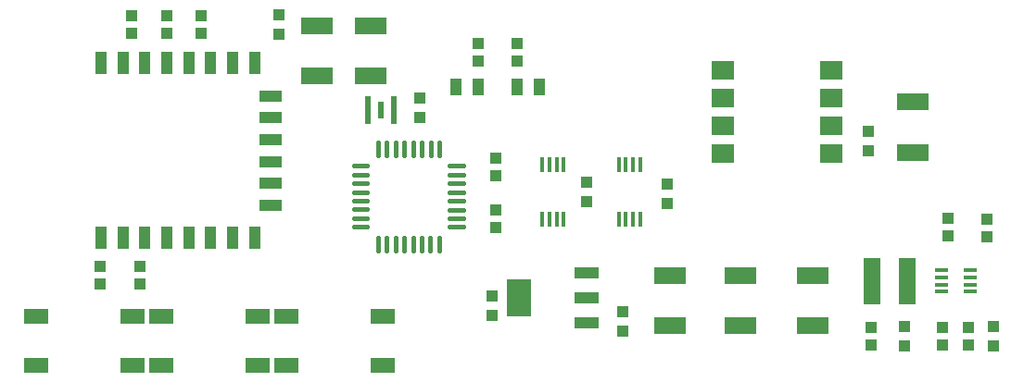
<source format=gtp>
G04 Layer: TopPasteMaskLayer*
G04 EasyEDA v6.3.43, 2020-05-26T13:53:52+10:00*
G04 dfe334f236054c1482959114e70a1c8d,8629367194b24dd88a5c18b2f13758b0,10*
G04 Gerber Generator version 0.2*
G04 Scale: 100 percent, Rotated: No, Reflected: No *
G04 Dimensions in millimeters *
G04 leading zeros omitted , absolute positions ,3 integer and 3 decimal *
%FSLAX33Y33*%
%MOMM*%
G90*
G71D02*

%ADD16C,0.450012*%
%ADD17R,1.099998X0.999998*%
%ADD18R,2.999994X1.499997*%
%ADD19R,1.999996X1.799996*%
%ADD20R,2.199996X3.499993*%
%ADD21R,2.199996X1.099998*%
%ADD22R,2.199996X1.399997*%
%ADD23R,0.499999X2.499995*%
%ADD24R,0.499999X1.599997*%
%ADD25R,1.501140X4.201160*%
%ADD26R,1.219987X0.399999*%
%ADD27R,0.999998X1.550010*%
%ADD28R,0.406400X1.397000*%
%ADD29R,0.999998X1.999996*%
%ADD30R,1.999996X0.999998*%

%LPD*%
G54D16*
G01X44097Y20320D02*
G01X42897Y20320D01*
G01X44097Y19519D02*
G01X42897Y19519D01*
G01X44097Y18719D02*
G01X42897Y18719D01*
G01X44097Y17919D02*
G01X42897Y17919D01*
G01X44097Y17122D02*
G01X42897Y17122D01*
G01X44097Y16322D02*
G01X42897Y16322D01*
G01X44097Y15521D02*
G01X42897Y15521D01*
G01X44097Y14721D02*
G01X42897Y14721D01*
G01X41922Y13757D02*
G01X41922Y12557D01*
G01X41122Y13757D02*
G01X41122Y12557D01*
G01X40322Y13757D02*
G01X40322Y12557D01*
G01X39522Y13757D02*
G01X39522Y12557D01*
G01X38724Y13757D02*
G01X38724Y12557D01*
G01X37924Y13757D02*
G01X37924Y12557D01*
G01X37124Y13757D02*
G01X37124Y12557D01*
G01X36324Y13757D02*
G01X36324Y12557D01*
G01X35334Y14732D02*
G01X34134Y14732D01*
G01X35334Y15532D02*
G01X34134Y15532D01*
G01X35334Y16332D02*
G01X34134Y16332D01*
G01X35334Y17132D02*
G01X34134Y17132D01*
G01X35334Y17929D02*
G01X34134Y17929D01*
G01X35334Y18729D02*
G01X34134Y18729D01*
G01X35334Y19530D02*
G01X34134Y19530D01*
G01X35334Y20330D02*
G01X34134Y20330D01*
G01X36334Y22494D02*
G01X36334Y21294D01*
G01X37134Y22494D02*
G01X37134Y21294D01*
G01X37934Y22494D02*
G01X37934Y21294D01*
G01X38735Y22494D02*
G01X38735Y21294D01*
G01X39532Y22494D02*
G01X39532Y21294D01*
G01X40332Y22494D02*
G01X40332Y21294D01*
G01X41132Y22494D02*
G01X41132Y21294D01*
G01X41932Y22494D02*
G01X41932Y21294D01*
G54D17*
G01X90297Y3898D03*
G01X90297Y5498D03*
G01X87884Y5499D03*
G01X87884Y3899D03*
G01X81407Y5499D03*
G01X81407Y3899D03*
G54D18*
G01X35687Y33166D03*
G01X35687Y28555D03*
G01X62992Y5695D03*
G01X62992Y10305D03*
G01X85217Y21570D03*
G01X85217Y26180D03*
G01X69469Y5695D03*
G01X69469Y10305D03*
G01X76073Y5695D03*
G01X76073Y10305D03*
G01X30734Y28555D03*
G01X30734Y33165D03*
G54D19*
G01X77721Y29083D03*
G01X77721Y26543D03*
G01X77721Y24003D03*
G01X77721Y21463D03*
G01X67820Y21463D03*
G01X67820Y24003D03*
G01X67820Y26543D03*
G01X67820Y29083D03*
G54D20*
G01X49225Y8255D03*
G54D21*
G01X55422Y10554D03*
G01X55422Y8255D03*
G01X55422Y5955D03*
G54D22*
G01X13925Y6567D03*
G01X5124Y6567D03*
G01X5124Y2068D03*
G01X13925Y2068D03*
G01X25355Y6567D03*
G01X16554Y6567D03*
G01X16554Y2068D03*
G01X25355Y2068D03*
G01X36785Y6567D03*
G01X27984Y6567D03*
G01X27984Y2068D03*
G01X36785Y2068D03*
G54D23*
G01X37774Y25400D03*
G54D24*
G01X36576Y25400D03*
G54D23*
G01X35377Y25400D03*
G54D25*
G01X81457Y9779D03*
G01X84658Y9779D03*
G54D26*
G01X87844Y10749D03*
G01X87844Y10108D03*
G01X87844Y9449D03*
G01X87844Y8808D03*
G01X90464Y8808D03*
G01X90464Y9449D03*
G01X90464Y10108D03*
G01X90464Y10749D03*
G54D27*
G01X45449Y27559D03*
G01X43449Y27559D03*
G01X49037Y27559D03*
G01X51037Y27559D03*
G54D17*
G01X45466Y29933D03*
G01X45466Y31533D03*
G01X49022Y29933D03*
G01X49022Y31533D03*
G01X92583Y3799D03*
G01X92583Y5599D03*
G01X84455Y5598D03*
G01X84455Y3798D03*
G01X88392Y15532D03*
G01X88392Y13932D03*
G01X91948Y13804D03*
G01X91948Y15404D03*
G01X58674Y6995D03*
G01X58674Y5195D03*
G01X40132Y24754D03*
G01X40132Y26554D03*
G01X27306Y34173D03*
G01X27306Y32373D03*
G01X81153Y21706D03*
G01X81153Y23506D03*
G01X46736Y6593D03*
G01X46736Y8393D03*
G01X47117Y14693D03*
G01X47117Y16293D03*
G01X10922Y9486D03*
G01X10922Y11086D03*
G01X14605Y9486D03*
G01X14605Y11086D03*
G01X17018Y32473D03*
G01X17018Y34073D03*
G01X13843Y32473D03*
G01X13843Y34073D03*
G01X47117Y19392D03*
G01X47117Y20992D03*
G01X20193Y32473D03*
G01X20193Y34073D03*
G01X62738Y18679D03*
G01X62738Y16879D03*
G01X55372Y18806D03*
G01X55372Y17006D03*
G54D28*
G01X58333Y15405D03*
G01X58983Y15405D03*
G01X59634Y15405D03*
G01X60284Y15405D03*
G01X60284Y20408D03*
G01X59634Y20408D03*
G01X58983Y20408D03*
G01X58333Y20408D03*
G01X51348Y15405D03*
G01X51998Y15405D03*
G01X52649Y15405D03*
G01X53299Y15405D03*
G01X53299Y20408D03*
G01X52649Y20408D03*
G01X51998Y20408D03*
G01X51348Y20408D03*
G54D29*
G01X11045Y29717D03*
G01X13045Y29717D03*
G01X15045Y29717D03*
G01X17045Y29716D03*
G01X19045Y29717D03*
G01X21045Y29718D03*
G01X23045Y29717D03*
G01X25045Y29715D03*
G54D30*
G01X26546Y26713D03*
G01X26545Y24713D03*
G01X26545Y22714D03*
G01X26545Y20713D03*
G01X26545Y18714D03*
G01X26546Y16717D03*
G54D29*
G01X25045Y13716D03*
G01X23045Y13715D03*
G01X21045Y13715D03*
G01X19045Y13715D03*
G01X17045Y13715D03*
G01X15045Y13715D03*
G01X13045Y13715D03*
G01X11045Y13715D03*
M00*
M02*

</source>
